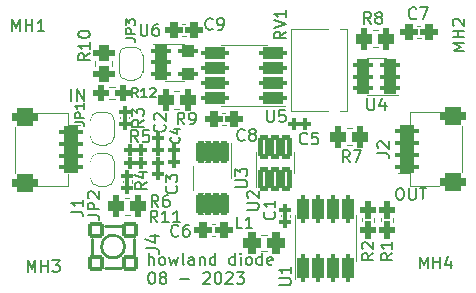
<source format=gbr>
%TF.GenerationSoftware,KiCad,Pcbnew,(6.0.4-0)*%
%TF.CreationDate,2023-08-08T10:08:01-06:00*%
%TF.ProjectId,howland,686f776c-616e-4642-9e6b-696361645f70,rev?*%
%TF.SameCoordinates,Original*%
%TF.FileFunction,Legend,Top*%
%TF.FilePolarity,Positive*%
%FSLAX46Y46*%
G04 Gerber Fmt 4.6, Leading zero omitted, Abs format (unit mm)*
G04 Created by KiCad (PCBNEW (6.0.4-0)) date 2023-08-08 10:08:01*
%MOMM*%
%LPD*%
G01*
G04 APERTURE LIST*
G04 Aperture macros list*
%AMRoundRect*
0 Rectangle with rounded corners*
0 $1 Rounding radius*
0 $2 $3 $4 $5 $6 $7 $8 $9 X,Y pos of 4 corners*
0 Add a 4 corners polygon primitive as box body*
4,1,4,$2,$3,$4,$5,$6,$7,$8,$9,$2,$3,0*
0 Add four circle primitives for the rounded corners*
1,1,$1+$1,$2,$3*
1,1,$1+$1,$4,$5*
1,1,$1+$1,$6,$7*
1,1,$1+$1,$8,$9*
0 Add four rect primitives between the rounded corners*
20,1,$1+$1,$2,$3,$4,$5,0*
20,1,$1+$1,$4,$5,$6,$7,0*
20,1,$1+$1,$6,$7,$8,$9,0*
20,1,$1+$1,$8,$9,$2,$3,0*%
%AMFreePoly0*
4,1,41,0.586777,0.930194,0.656366,0.874698,0.694986,0.794504,0.700000,0.750000,0.700000,-0.750000,0.680194,-0.836777,0.624698,-0.906366,0.544504,-0.944986,0.500000,-0.950000,0.000000,-0.950000,-0.023504,-0.944635,-0.083606,-0.943534,-0.139582,-0.934468,-0.274897,-0.892193,-0.326080,-0.867780,-0.444090,-0.789225,-0.486362,-0.751429,-0.577582,-0.642910,-0.607548,-0.594768,-0.664643,-0.465009,
-0.679893,-0.410393,-0.697476,-0.275933,-0.697084,-0.275882,-0.700000,-0.250000,-0.700000,0.250000,-0.697921,0.259109,-0.697582,0.286880,-0.675771,0.426957,-0.659192,0.481183,-0.598944,0.609508,-0.567811,0.656904,-0.473967,0.763162,-0.430783,0.799915,-0.310888,0.875563,-0.259125,0.898717,-0.122818,0.937674,-0.066635,0.945370,-0.042411,0.945222,0.000000,0.950000,0.500000,0.950000,
0.586777,0.930194,0.586777,0.930194,$1*%
%AMFreePoly1*
4,1,41,0.022678,0.944824,0.075125,0.944504,0.131210,0.936123,0.267031,0.895504,0.318507,0.871718,0.437469,0.794611,0.480202,0.757333,0.572740,0.649936,0.603290,0.602165,0.661967,0.473113,0.677883,0.418686,0.697980,0.278353,0.700000,0.250000,0.700000,-0.250000,0.699985,-0.252439,0.699836,-0.264655,0.697079,-0.295398,0.673559,-0.435199,0.656318,-0.489221,0.594506,-0.616800,
0.562797,-0.663810,0.467662,-0.768914,0.424032,-0.805137,0.303222,-0.879314,0.251181,-0.901834,0.114408,-0.939123,0.058135,-0.946132,0.037663,-0.945757,0.000000,-0.950000,-0.500000,-0.950000,-0.586777,-0.930194,-0.656366,-0.874698,-0.694986,-0.794504,-0.700000,-0.750000,-0.700000,0.750000,-0.680194,0.836777,-0.624698,0.906366,-0.544504,0.944986,-0.500000,0.950000,0.000000,0.950000,
0.022678,0.944824,0.022678,0.944824,$1*%
G04 Aperture macros list end*
%ADD10C,0.150000*%
%ADD11C,0.152000*%
%ADD12C,0.120000*%
%ADD13C,0.254000*%
%ADD14RoundRect,0.350000X0.512500X0.150000X-0.512500X0.150000X-0.512500X-0.150000X0.512500X-0.150000X0*%
%ADD15C,1.100000*%
%ADD16C,4.800000*%
%ADD17RoundRect,0.347500X0.147500X0.172500X-0.147500X0.172500X-0.147500X-0.172500X0.147500X-0.172500X0*%
%ADD18RoundRect,0.450000X0.325000X0.450000X-0.325000X0.450000X-0.325000X-0.450000X0.325000X-0.450000X0*%
%ADD19RoundRect,0.347500X-0.172500X0.147500X-0.172500X-0.147500X0.172500X-0.147500X0.172500X0.147500X0*%
%ADD20RoundRect,0.347500X-0.147500X-0.172500X0.147500X-0.172500X0.147500X0.172500X-0.147500X0.172500X0*%
%ADD21RoundRect,0.350000X-0.625000X0.150000X-0.625000X-0.150000X0.625000X-0.150000X0.625000X0.150000X0*%
%ADD22RoundRect,0.450000X-0.650000X0.350000X-0.650000X-0.350000X0.650000X-0.350000X0.650000X0.350000X0*%
%ADD23FreePoly0,270.000000*%
%ADD24FreePoly1,270.000000*%
%ADD25RoundRect,0.437500X0.237500X-0.287500X0.237500X0.287500X-0.237500X0.287500X-0.237500X-0.287500X0*%
%ADD26RoundRect,0.350000X0.625000X-0.150000X0.625000X0.150000X-0.625000X0.150000X-0.625000X-0.150000X0*%
%ADD27RoundRect,0.450000X0.650000X-0.350000X0.650000X0.350000X-0.650000X0.350000X-0.650000X-0.350000X0*%
%ADD28RoundRect,0.200000X0.225000X0.725000X-0.225000X0.725000X-0.225000X-0.725000X0.225000X-0.725000X0*%
%ADD29RoundRect,0.350000X-0.512500X-0.150000X0.512500X-0.150000X0.512500X0.150000X-0.512500X0.150000X0*%
%ADD30RoundRect,0.335000X-0.185000X0.135000X-0.185000X-0.135000X0.185000X-0.135000X0.185000X0.135000X0*%
%ADD31C,1.400000*%
%ADD32RoundRect,0.200000X-0.500000X0.500000X-0.500000X-0.500000X0.500000X-0.500000X0.500000X0.500000X0*%
%ADD33RoundRect,0.200000X0.325000X-0.780000X0.325000X0.780000X-0.325000X0.780000X-0.325000X-0.780000X0*%
%ADD34RoundRect,0.340000X0.170000X-0.140000X0.170000X0.140000X-0.170000X0.140000X-0.170000X-0.140000X0*%
%ADD35RoundRect,0.437500X0.250000X0.237500X-0.250000X0.237500X-0.250000X-0.237500X0.250000X-0.237500X0*%
%ADD36RoundRect,0.350000X0.150000X-0.825000X0.150000X0.825000X-0.150000X0.825000X-0.150000X-0.825000X0*%
%ADD37RoundRect,0.450000X-0.262500X-0.450000X0.262500X-0.450000X0.262500X0.450000X-0.262500X0.450000X0*%
%ADD38C,1.840000*%
%ADD39RoundRect,0.350000X0.825000X0.150000X-0.825000X0.150000X-0.825000X-0.150000X0.825000X-0.150000X0*%
%ADD40RoundRect,0.437500X-0.300000X-0.237500X0.300000X-0.237500X0.300000X0.237500X-0.300000X0.237500X0*%
%ADD41RoundRect,0.450000X0.262500X0.450000X-0.262500X0.450000X-0.262500X-0.450000X0.262500X-0.450000X0*%
%ADD42RoundRect,0.450000X-0.450000X0.262500X-0.450000X-0.262500X0.450000X-0.262500X0.450000X0.262500X0*%
%ADD43RoundRect,0.437500X0.300000X0.237500X-0.300000X0.237500X-0.300000X-0.237500X0.300000X-0.237500X0*%
%ADD44FreePoly0,90.000000*%
%ADD45FreePoly1,90.000000*%
G04 APERTURE END LIST*
D10*
X105326190Y-86402380D02*
X105326190Y-85402380D01*
X105802380Y-86402380D02*
X105802380Y-85402380D01*
X106373809Y-86402380D01*
X106373809Y-85402380D01*
X111885595Y-100297380D02*
X111885595Y-99297380D01*
X112314166Y-100297380D02*
X112314166Y-99773571D01*
X112266547Y-99678333D01*
X112171309Y-99630714D01*
X112028452Y-99630714D01*
X111933214Y-99678333D01*
X111885595Y-99725952D01*
X112933214Y-100297380D02*
X112837976Y-100249761D01*
X112790357Y-100202142D01*
X112742738Y-100106904D01*
X112742738Y-99821190D01*
X112790357Y-99725952D01*
X112837976Y-99678333D01*
X112933214Y-99630714D01*
X113076071Y-99630714D01*
X113171309Y-99678333D01*
X113218928Y-99725952D01*
X113266547Y-99821190D01*
X113266547Y-100106904D01*
X113218928Y-100202142D01*
X113171309Y-100249761D01*
X113076071Y-100297380D01*
X112933214Y-100297380D01*
X113599880Y-99630714D02*
X113790357Y-100297380D01*
X113980833Y-99821190D01*
X114171309Y-100297380D01*
X114361785Y-99630714D01*
X114885595Y-100297380D02*
X114790357Y-100249761D01*
X114742738Y-100154523D01*
X114742738Y-99297380D01*
X115695119Y-100297380D02*
X115695119Y-99773571D01*
X115647500Y-99678333D01*
X115552261Y-99630714D01*
X115361785Y-99630714D01*
X115266547Y-99678333D01*
X115695119Y-100249761D02*
X115599880Y-100297380D01*
X115361785Y-100297380D01*
X115266547Y-100249761D01*
X115218928Y-100154523D01*
X115218928Y-100059285D01*
X115266547Y-99964047D01*
X115361785Y-99916428D01*
X115599880Y-99916428D01*
X115695119Y-99868809D01*
X116171309Y-99630714D02*
X116171309Y-100297380D01*
X116171309Y-99725952D02*
X116218928Y-99678333D01*
X116314166Y-99630714D01*
X116457023Y-99630714D01*
X116552261Y-99678333D01*
X116599880Y-99773571D01*
X116599880Y-100297380D01*
X117504642Y-100297380D02*
X117504642Y-99297380D01*
X117504642Y-100249761D02*
X117409404Y-100297380D01*
X117218928Y-100297380D01*
X117123690Y-100249761D01*
X117076071Y-100202142D01*
X117028452Y-100106904D01*
X117028452Y-99821190D01*
X117076071Y-99725952D01*
X117123690Y-99678333D01*
X117218928Y-99630714D01*
X117409404Y-99630714D01*
X117504642Y-99678333D01*
X119171309Y-100297380D02*
X119171309Y-99297380D01*
X119171309Y-100249761D02*
X119076071Y-100297380D01*
X118885595Y-100297380D01*
X118790357Y-100249761D01*
X118742738Y-100202142D01*
X118695119Y-100106904D01*
X118695119Y-99821190D01*
X118742738Y-99725952D01*
X118790357Y-99678333D01*
X118885595Y-99630714D01*
X119076071Y-99630714D01*
X119171309Y-99678333D01*
X119647500Y-100297380D02*
X119647500Y-99630714D01*
X119647500Y-99297380D02*
X119599880Y-99345000D01*
X119647500Y-99392619D01*
X119695119Y-99345000D01*
X119647500Y-99297380D01*
X119647500Y-99392619D01*
X120266547Y-100297380D02*
X120171309Y-100249761D01*
X120123690Y-100202142D01*
X120076071Y-100106904D01*
X120076071Y-99821190D01*
X120123690Y-99725952D01*
X120171309Y-99678333D01*
X120266547Y-99630714D01*
X120409404Y-99630714D01*
X120504642Y-99678333D01*
X120552261Y-99725952D01*
X120599880Y-99821190D01*
X120599880Y-100106904D01*
X120552261Y-100202142D01*
X120504642Y-100249761D01*
X120409404Y-100297380D01*
X120266547Y-100297380D01*
X121457023Y-100297380D02*
X121457023Y-99297380D01*
X121457023Y-100249761D02*
X121361785Y-100297380D01*
X121171309Y-100297380D01*
X121076071Y-100249761D01*
X121028452Y-100202142D01*
X120980833Y-100106904D01*
X120980833Y-99821190D01*
X121028452Y-99725952D01*
X121076071Y-99678333D01*
X121171309Y-99630714D01*
X121361785Y-99630714D01*
X121457023Y-99678333D01*
X122314166Y-100249761D02*
X122218928Y-100297380D01*
X122028452Y-100297380D01*
X121933214Y-100249761D01*
X121885595Y-100154523D01*
X121885595Y-99773571D01*
X121933214Y-99678333D01*
X122028452Y-99630714D01*
X122218928Y-99630714D01*
X122314166Y-99678333D01*
X122361785Y-99773571D01*
X122361785Y-99868809D01*
X121885595Y-99964047D01*
X112076071Y-100907380D02*
X112171309Y-100907380D01*
X112266547Y-100955000D01*
X112314166Y-101002619D01*
X112361785Y-101097857D01*
X112409404Y-101288333D01*
X112409404Y-101526428D01*
X112361785Y-101716904D01*
X112314166Y-101812142D01*
X112266547Y-101859761D01*
X112171309Y-101907380D01*
X112076071Y-101907380D01*
X111980833Y-101859761D01*
X111933214Y-101812142D01*
X111885595Y-101716904D01*
X111837976Y-101526428D01*
X111837976Y-101288333D01*
X111885595Y-101097857D01*
X111933214Y-101002619D01*
X111980833Y-100955000D01*
X112076071Y-100907380D01*
X112980833Y-101335952D02*
X112885595Y-101288333D01*
X112837976Y-101240714D01*
X112790357Y-101145476D01*
X112790357Y-101097857D01*
X112837976Y-101002619D01*
X112885595Y-100955000D01*
X112980833Y-100907380D01*
X113171309Y-100907380D01*
X113266547Y-100955000D01*
X113314166Y-101002619D01*
X113361785Y-101097857D01*
X113361785Y-101145476D01*
X113314166Y-101240714D01*
X113266547Y-101288333D01*
X113171309Y-101335952D01*
X112980833Y-101335952D01*
X112885595Y-101383571D01*
X112837976Y-101431190D01*
X112790357Y-101526428D01*
X112790357Y-101716904D01*
X112837976Y-101812142D01*
X112885595Y-101859761D01*
X112980833Y-101907380D01*
X113171309Y-101907380D01*
X113266547Y-101859761D01*
X113314166Y-101812142D01*
X113361785Y-101716904D01*
X113361785Y-101526428D01*
X113314166Y-101431190D01*
X113266547Y-101383571D01*
X113171309Y-101335952D01*
X114552261Y-101526428D02*
X115314166Y-101526428D01*
X116504642Y-101002619D02*
X116552261Y-100955000D01*
X116647500Y-100907380D01*
X116885595Y-100907380D01*
X116980833Y-100955000D01*
X117028452Y-101002619D01*
X117076071Y-101097857D01*
X117076071Y-101193095D01*
X117028452Y-101335952D01*
X116457023Y-101907380D01*
X117076071Y-101907380D01*
X117695119Y-100907380D02*
X117790357Y-100907380D01*
X117885595Y-100955000D01*
X117933214Y-101002619D01*
X117980833Y-101097857D01*
X118028452Y-101288333D01*
X118028452Y-101526428D01*
X117980833Y-101716904D01*
X117933214Y-101812142D01*
X117885595Y-101859761D01*
X117790357Y-101907380D01*
X117695119Y-101907380D01*
X117599880Y-101859761D01*
X117552261Y-101812142D01*
X117504642Y-101716904D01*
X117457023Y-101526428D01*
X117457023Y-101288333D01*
X117504642Y-101097857D01*
X117552261Y-101002619D01*
X117599880Y-100955000D01*
X117695119Y-100907380D01*
X118409404Y-101002619D02*
X118457023Y-100955000D01*
X118552261Y-100907380D01*
X118790357Y-100907380D01*
X118885595Y-100955000D01*
X118933214Y-101002619D01*
X118980833Y-101097857D01*
X118980833Y-101193095D01*
X118933214Y-101335952D01*
X118361785Y-101907380D01*
X118980833Y-101907380D01*
X119314166Y-100907380D02*
X119933214Y-100907380D01*
X119599880Y-101288333D01*
X119742738Y-101288333D01*
X119837976Y-101335952D01*
X119885595Y-101383571D01*
X119933214Y-101478809D01*
X119933214Y-101716904D01*
X119885595Y-101812142D01*
X119837976Y-101859761D01*
X119742738Y-101907380D01*
X119457023Y-101907380D01*
X119361785Y-101859761D01*
X119314166Y-101812142D01*
X133050000Y-93802380D02*
X133240476Y-93802380D01*
X133335714Y-93850000D01*
X133430952Y-93945238D01*
X133478571Y-94135714D01*
X133478571Y-94469047D01*
X133430952Y-94659523D01*
X133335714Y-94754761D01*
X133240476Y-94802380D01*
X133050000Y-94802380D01*
X132954761Y-94754761D01*
X132859523Y-94659523D01*
X132811904Y-94469047D01*
X132811904Y-94135714D01*
X132859523Y-93945238D01*
X132954761Y-93850000D01*
X133050000Y-93802380D01*
X133907142Y-93802380D02*
X133907142Y-94611904D01*
X133954761Y-94707142D01*
X134002380Y-94754761D01*
X134097619Y-94802380D01*
X134288095Y-94802380D01*
X134383333Y-94754761D01*
X134430952Y-94707142D01*
X134478571Y-94611904D01*
X134478571Y-93802380D01*
X134811904Y-93802380D02*
X135383333Y-93802380D01*
X135097619Y-94802380D02*
X135097619Y-93802380D01*
%TO.C,U4*%
X130388095Y-86202380D02*
X130388095Y-87011904D01*
X130435714Y-87107142D01*
X130483333Y-87154761D01*
X130578571Y-87202380D01*
X130769047Y-87202380D01*
X130864285Y-87154761D01*
X130911904Y-87107142D01*
X130959523Y-87011904D01*
X130959523Y-86202380D01*
X131864285Y-86535714D02*
X131864285Y-87202380D01*
X131626190Y-86154761D02*
X131388095Y-86869047D01*
X132007142Y-86869047D01*
%TO.C,MH1*%
X100316666Y-80502380D02*
X100316666Y-79502380D01*
X100650000Y-80216666D01*
X100983333Y-79502380D01*
X100983333Y-80502380D01*
X101459523Y-80502380D02*
X101459523Y-79502380D01*
X101459523Y-79978571D02*
X102030952Y-79978571D01*
X102030952Y-80502380D02*
X102030952Y-79502380D01*
X103030952Y-80502380D02*
X102459523Y-80502380D01*
X102745238Y-80502380D02*
X102745238Y-79502380D01*
X102650000Y-79645238D01*
X102554761Y-79740476D01*
X102459523Y-79788095D01*
%TO.C,MH2*%
X138602380Y-82183333D02*
X137602380Y-82183333D01*
X138316666Y-81850000D01*
X137602380Y-81516666D01*
X138602380Y-81516666D01*
X138602380Y-81040476D02*
X137602380Y-81040476D01*
X138078571Y-81040476D02*
X138078571Y-80469047D01*
X138602380Y-80469047D02*
X137602380Y-80469047D01*
X137697619Y-80040476D02*
X137650000Y-79992857D01*
X137602380Y-79897619D01*
X137602380Y-79659523D01*
X137650000Y-79564285D01*
X137697619Y-79516666D01*
X137792857Y-79469047D01*
X137888095Y-79469047D01*
X138030952Y-79516666D01*
X138602380Y-80088095D01*
X138602380Y-79469047D01*
%TO.C,MH3*%
X101616666Y-100902380D02*
X101616666Y-99902380D01*
X101950000Y-100616666D01*
X102283333Y-99902380D01*
X102283333Y-100902380D01*
X102759523Y-100902380D02*
X102759523Y-99902380D01*
X102759523Y-100378571D02*
X103330952Y-100378571D01*
X103330952Y-100902380D02*
X103330952Y-99902380D01*
X103711904Y-99902380D02*
X104330952Y-99902380D01*
X103997619Y-100283333D01*
X104140476Y-100283333D01*
X104235714Y-100330952D01*
X104283333Y-100378571D01*
X104330952Y-100473809D01*
X104330952Y-100711904D01*
X104283333Y-100807142D01*
X104235714Y-100854761D01*
X104140476Y-100902380D01*
X103854761Y-100902380D01*
X103759523Y-100854761D01*
X103711904Y-100807142D01*
%TO.C,MH4*%
X134816666Y-100602380D02*
X134816666Y-99602380D01*
X135150000Y-100316666D01*
X135483333Y-99602380D01*
X135483333Y-100602380D01*
X135959523Y-100602380D02*
X135959523Y-99602380D01*
X135959523Y-100078571D02*
X136530952Y-100078571D01*
X136530952Y-100602380D02*
X136530952Y-99602380D01*
X137435714Y-99935714D02*
X137435714Y-100602380D01*
X137197619Y-99554761D02*
X136959523Y-100269047D01*
X137578571Y-100269047D01*
%TO.C,R5*%
X110983333Y-89902380D02*
X110650000Y-89426190D01*
X110411904Y-89902380D02*
X110411904Y-88902380D01*
X110792857Y-88902380D01*
X110888095Y-88950000D01*
X110935714Y-88997619D01*
X110983333Y-89092857D01*
X110983333Y-89235714D01*
X110935714Y-89330952D01*
X110888095Y-89378571D01*
X110792857Y-89426190D01*
X110411904Y-89426190D01*
X111888095Y-88902380D02*
X111411904Y-88902380D01*
X111364285Y-89378571D01*
X111411904Y-89330952D01*
X111507142Y-89283333D01*
X111745238Y-89283333D01*
X111840476Y-89330952D01*
X111888095Y-89378571D01*
X111935714Y-89473809D01*
X111935714Y-89711904D01*
X111888095Y-89807142D01*
X111840476Y-89854761D01*
X111745238Y-89902380D01*
X111507142Y-89902380D01*
X111411904Y-89854761D01*
X111364285Y-89807142D01*
%TO.C,R6*%
X112683333Y-95402380D02*
X112350000Y-94926190D01*
X112111904Y-95402380D02*
X112111904Y-94402380D01*
X112492857Y-94402380D01*
X112588095Y-94450000D01*
X112635714Y-94497619D01*
X112683333Y-94592857D01*
X112683333Y-94735714D01*
X112635714Y-94830952D01*
X112588095Y-94878571D01*
X112492857Y-94926190D01*
X112111904Y-94926190D01*
X113540476Y-94402380D02*
X113350000Y-94402380D01*
X113254761Y-94450000D01*
X113207142Y-94497619D01*
X113111904Y-94640476D01*
X113064285Y-94830952D01*
X113064285Y-95211904D01*
X113111904Y-95307142D01*
X113159523Y-95354761D01*
X113254761Y-95402380D01*
X113445238Y-95402380D01*
X113540476Y-95354761D01*
X113588095Y-95307142D01*
X113635714Y-95211904D01*
X113635714Y-94973809D01*
X113588095Y-94878571D01*
X113540476Y-94830952D01*
X113445238Y-94783333D01*
X113254761Y-94783333D01*
X113159523Y-94830952D01*
X113111904Y-94878571D01*
X113064285Y-94973809D01*
%TO.C,L1*%
X119783333Y-97202380D02*
X119307142Y-97202380D01*
X119307142Y-96202380D01*
X120640476Y-97202380D02*
X120069047Y-97202380D01*
X120354761Y-97202380D02*
X120354761Y-96202380D01*
X120259523Y-96345238D01*
X120164285Y-96440476D01*
X120069047Y-96488095D01*
%TO.C,C2*%
X113207142Y-88416666D02*
X113254761Y-88464285D01*
X113302380Y-88607142D01*
X113302380Y-88702380D01*
X113254761Y-88845238D01*
X113159523Y-88940476D01*
X113064285Y-88988095D01*
X112873809Y-89035714D01*
X112730952Y-89035714D01*
X112540476Y-88988095D01*
X112445238Y-88940476D01*
X112350000Y-88845238D01*
X112302380Y-88702380D01*
X112302380Y-88607142D01*
X112350000Y-88464285D01*
X112397619Y-88416666D01*
X112397619Y-88035714D02*
X112350000Y-87988095D01*
X112302380Y-87892857D01*
X112302380Y-87654761D01*
X112350000Y-87559523D01*
X112397619Y-87511904D01*
X112492857Y-87464285D01*
X112588095Y-87464285D01*
X112730952Y-87511904D01*
X113302380Y-88083333D01*
X113302380Y-87464285D01*
%TO.C,C3*%
X114207142Y-93616666D02*
X114254761Y-93664285D01*
X114302380Y-93807142D01*
X114302380Y-93902380D01*
X114254761Y-94045238D01*
X114159523Y-94140476D01*
X114064285Y-94188095D01*
X113873809Y-94235714D01*
X113730952Y-94235714D01*
X113540476Y-94188095D01*
X113445238Y-94140476D01*
X113350000Y-94045238D01*
X113302380Y-93902380D01*
X113302380Y-93807142D01*
X113350000Y-93664285D01*
X113397619Y-93616666D01*
X113302380Y-93283333D02*
X113302380Y-92664285D01*
X113683333Y-92997619D01*
X113683333Y-92854761D01*
X113730952Y-92759523D01*
X113778571Y-92711904D01*
X113873809Y-92664285D01*
X114111904Y-92664285D01*
X114207142Y-92711904D01*
X114254761Y-92759523D01*
X114302380Y-92854761D01*
X114302380Y-93140476D01*
X114254761Y-93235714D01*
X114207142Y-93283333D01*
%TO.C,C4*%
X114435714Y-89483333D02*
X114473809Y-89521428D01*
X114511904Y-89635714D01*
X114511904Y-89711904D01*
X114473809Y-89826190D01*
X114397619Y-89902380D01*
X114321428Y-89940476D01*
X114169047Y-89978571D01*
X114054761Y-89978571D01*
X113902380Y-89940476D01*
X113826190Y-89902380D01*
X113750000Y-89826190D01*
X113711904Y-89711904D01*
X113711904Y-89635714D01*
X113750000Y-89521428D01*
X113788095Y-89483333D01*
X113978571Y-88797619D02*
X114511904Y-88797619D01*
X113673809Y-88988095D02*
X114245238Y-89178571D01*
X114245238Y-88683333D01*
%TO.C,C5*%
X125283333Y-90007142D02*
X125235714Y-90054761D01*
X125092857Y-90102380D01*
X124997619Y-90102380D01*
X124854761Y-90054761D01*
X124759523Y-89959523D01*
X124711904Y-89864285D01*
X124664285Y-89673809D01*
X124664285Y-89530952D01*
X124711904Y-89340476D01*
X124759523Y-89245238D01*
X124854761Y-89150000D01*
X124997619Y-89102380D01*
X125092857Y-89102380D01*
X125235714Y-89150000D01*
X125283333Y-89197619D01*
X126188095Y-89102380D02*
X125711904Y-89102380D01*
X125664285Y-89578571D01*
X125711904Y-89530952D01*
X125807142Y-89483333D01*
X126045238Y-89483333D01*
X126140476Y-89530952D01*
X126188095Y-89578571D01*
X126235714Y-89673809D01*
X126235714Y-89911904D01*
X126188095Y-90007142D01*
X126140476Y-90054761D01*
X126045238Y-90102380D01*
X125807142Y-90102380D01*
X125711904Y-90054761D01*
X125664285Y-90007142D01*
%TO.C,J1*%
X105302380Y-95783333D02*
X106016666Y-95783333D01*
X106159523Y-95830952D01*
X106254761Y-95926190D01*
X106302380Y-96069047D01*
X106302380Y-96164285D01*
X106302380Y-94783333D02*
X106302380Y-95354761D01*
X106302380Y-95069047D02*
X105302380Y-95069047D01*
X105445238Y-95164285D01*
X105540476Y-95259523D01*
X105588095Y-95354761D01*
%TO.C,JP1*%
X105611904Y-88216666D02*
X106183333Y-88216666D01*
X106297619Y-88254761D01*
X106373809Y-88330952D01*
X106411904Y-88445238D01*
X106411904Y-88521428D01*
X106411904Y-87835714D02*
X105611904Y-87835714D01*
X105611904Y-87530952D01*
X105650000Y-87454761D01*
X105688095Y-87416666D01*
X105764285Y-87378571D01*
X105878571Y-87378571D01*
X105954761Y-87416666D01*
X105992857Y-87454761D01*
X106030952Y-87530952D01*
X106030952Y-87835714D01*
X106411904Y-86616666D02*
X106411904Y-87073809D01*
X106411904Y-86845238D02*
X105611904Y-86845238D01*
X105726190Y-86921428D01*
X105802380Y-86997619D01*
X105840476Y-87073809D01*
%TO.C,JP2*%
X106702380Y-96083333D02*
X107416666Y-96083333D01*
X107559523Y-96130952D01*
X107654761Y-96226190D01*
X107702380Y-96369047D01*
X107702380Y-96464285D01*
X107702380Y-95607142D02*
X106702380Y-95607142D01*
X106702380Y-95226190D01*
X106750000Y-95130952D01*
X106797619Y-95083333D01*
X106892857Y-95035714D01*
X107035714Y-95035714D01*
X107130952Y-95083333D01*
X107178571Y-95130952D01*
X107226190Y-95226190D01*
X107226190Y-95607142D01*
X106797619Y-94654761D02*
X106750000Y-94607142D01*
X106702380Y-94511904D01*
X106702380Y-94273809D01*
X106750000Y-94178571D01*
X106797619Y-94130952D01*
X106892857Y-94083333D01*
X106988095Y-94083333D01*
X107130952Y-94130952D01*
X107702380Y-94702380D01*
X107702380Y-94083333D01*
%TO.C,R1*%
X132502380Y-99316666D02*
X132026190Y-99650000D01*
X132502380Y-99888095D02*
X131502380Y-99888095D01*
X131502380Y-99507142D01*
X131550000Y-99411904D01*
X131597619Y-99364285D01*
X131692857Y-99316666D01*
X131835714Y-99316666D01*
X131930952Y-99364285D01*
X131978571Y-99411904D01*
X132026190Y-99507142D01*
X132026190Y-99888095D01*
X132502380Y-98364285D02*
X132502380Y-98935714D01*
X132502380Y-98650000D02*
X131502380Y-98650000D01*
X131645238Y-98745238D01*
X131740476Y-98840476D01*
X131788095Y-98935714D01*
%TO.C,R2*%
X130902380Y-99316666D02*
X130426190Y-99650000D01*
X130902380Y-99888095D02*
X129902380Y-99888095D01*
X129902380Y-99507142D01*
X129950000Y-99411904D01*
X129997619Y-99364285D01*
X130092857Y-99316666D01*
X130235714Y-99316666D01*
X130330952Y-99364285D01*
X130378571Y-99411904D01*
X130426190Y-99507142D01*
X130426190Y-99888095D01*
X129997619Y-98935714D02*
X129950000Y-98888095D01*
X129902380Y-98792857D01*
X129902380Y-98554761D01*
X129950000Y-98459523D01*
X129997619Y-98411904D01*
X130092857Y-98364285D01*
X130188095Y-98364285D01*
X130330952Y-98411904D01*
X130902380Y-98983333D01*
X130902380Y-98364285D01*
%TO.C,J2*%
X131222380Y-90833333D02*
X131936666Y-90833333D01*
X132079523Y-90880952D01*
X132174761Y-90976190D01*
X132222380Y-91119047D01*
X132222380Y-91214285D01*
X131317619Y-90404761D02*
X131270000Y-90357142D01*
X131222380Y-90261904D01*
X131222380Y-90023809D01*
X131270000Y-89928571D01*
X131317619Y-89880952D01*
X131412857Y-89833333D01*
X131508095Y-89833333D01*
X131650952Y-89880952D01*
X132222380Y-90452380D01*
X132222380Y-89833333D01*
%TO.C,U3*%
X119202380Y-93711904D02*
X120011904Y-93711904D01*
X120107142Y-93664285D01*
X120154761Y-93616666D01*
X120202380Y-93521428D01*
X120202380Y-93330952D01*
X120154761Y-93235714D01*
X120107142Y-93188095D01*
X120011904Y-93140476D01*
X119202380Y-93140476D01*
X119202380Y-92759523D02*
X119202380Y-92140476D01*
X119583333Y-92473809D01*
X119583333Y-92330952D01*
X119630952Y-92235714D01*
X119678571Y-92188095D01*
X119773809Y-92140476D01*
X120011904Y-92140476D01*
X120107142Y-92188095D01*
X120154761Y-92235714D01*
X120202380Y-92330952D01*
X120202380Y-92616666D01*
X120154761Y-92711904D01*
X120107142Y-92759523D01*
%TO.C,U6*%
X111188095Y-79902380D02*
X111188095Y-80711904D01*
X111235714Y-80807142D01*
X111283333Y-80854761D01*
X111378571Y-80902380D01*
X111569047Y-80902380D01*
X111664285Y-80854761D01*
X111711904Y-80807142D01*
X111759523Y-80711904D01*
X111759523Y-79902380D01*
X112664285Y-79902380D02*
X112473809Y-79902380D01*
X112378571Y-79950000D01*
X112330952Y-79997619D01*
X112235714Y-80140476D01*
X112188095Y-80330952D01*
X112188095Y-80711904D01*
X112235714Y-80807142D01*
X112283333Y-80854761D01*
X112378571Y-80902380D01*
X112569047Y-80902380D01*
X112664285Y-80854761D01*
X112711904Y-80807142D01*
X112759523Y-80711904D01*
X112759523Y-80473809D01*
X112711904Y-80378571D01*
X112664285Y-80330952D01*
X112569047Y-80283333D01*
X112378571Y-80283333D01*
X112283333Y-80330952D01*
X112235714Y-80378571D01*
X112188095Y-80473809D01*
%TO.C,R3*%
X111472380Y-88016666D02*
X110996190Y-88350000D01*
X111472380Y-88588095D02*
X110472380Y-88588095D01*
X110472380Y-88207142D01*
X110520000Y-88111904D01*
X110567619Y-88064285D01*
X110662857Y-88016666D01*
X110805714Y-88016666D01*
X110900952Y-88064285D01*
X110948571Y-88111904D01*
X110996190Y-88207142D01*
X110996190Y-88588095D01*
X110472380Y-87683333D02*
X110472380Y-87064285D01*
X110853333Y-87397619D01*
X110853333Y-87254761D01*
X110900952Y-87159523D01*
X110948571Y-87111904D01*
X111043809Y-87064285D01*
X111281904Y-87064285D01*
X111377142Y-87111904D01*
X111424761Y-87159523D01*
X111472380Y-87254761D01*
X111472380Y-87540476D01*
X111424761Y-87635714D01*
X111377142Y-87683333D01*
D11*
%TO.C,J4*%
X111624071Y-98909514D02*
X112440500Y-98909514D01*
X112603785Y-98963942D01*
X112712642Y-99072800D01*
X112767071Y-99236085D01*
X112767071Y-99344942D01*
X112005071Y-97875371D02*
X112767071Y-97875371D01*
X111569642Y-98147514D02*
X112386071Y-98419657D01*
X112386071Y-97712085D01*
D10*
%TO.C,U2*%
X120202380Y-95611904D02*
X121011904Y-95611904D01*
X121107142Y-95564285D01*
X121154761Y-95516666D01*
X121202380Y-95421428D01*
X121202380Y-95230952D01*
X121154761Y-95135714D01*
X121107142Y-95088095D01*
X121011904Y-95040476D01*
X120202380Y-95040476D01*
X120297619Y-94611904D02*
X120250000Y-94564285D01*
X120202380Y-94469047D01*
X120202380Y-94230952D01*
X120250000Y-94135714D01*
X120297619Y-94088095D01*
X120392857Y-94040476D01*
X120488095Y-94040476D01*
X120630952Y-94088095D01*
X121202380Y-94659523D01*
X121202380Y-94040476D01*
%TO.C,C1*%
X122507142Y-95816666D02*
X122554761Y-95864285D01*
X122602380Y-96007142D01*
X122602380Y-96102380D01*
X122554761Y-96245238D01*
X122459523Y-96340476D01*
X122364285Y-96388095D01*
X122173809Y-96435714D01*
X122030952Y-96435714D01*
X121840476Y-96388095D01*
X121745238Y-96340476D01*
X121650000Y-96245238D01*
X121602380Y-96102380D01*
X121602380Y-96007142D01*
X121650000Y-95864285D01*
X121697619Y-95816666D01*
X122602380Y-94864285D02*
X122602380Y-95435714D01*
X122602380Y-95150000D02*
X121602380Y-95150000D01*
X121745238Y-95245238D01*
X121840476Y-95340476D01*
X121888095Y-95435714D01*
%TO.C,R12*%
X110935714Y-86111904D02*
X110669047Y-85730952D01*
X110478571Y-86111904D02*
X110478571Y-85311904D01*
X110783333Y-85311904D01*
X110859523Y-85350000D01*
X110897619Y-85388095D01*
X110935714Y-85464285D01*
X110935714Y-85578571D01*
X110897619Y-85654761D01*
X110859523Y-85692857D01*
X110783333Y-85730952D01*
X110478571Y-85730952D01*
X111697619Y-86111904D02*
X111240476Y-86111904D01*
X111469047Y-86111904D02*
X111469047Y-85311904D01*
X111392857Y-85426190D01*
X111316666Y-85502380D01*
X111240476Y-85540476D01*
X112002380Y-85388095D02*
X112040476Y-85350000D01*
X112116666Y-85311904D01*
X112307142Y-85311904D01*
X112383333Y-85350000D01*
X112421428Y-85388095D01*
X112459523Y-85464285D01*
X112459523Y-85540476D01*
X112421428Y-85654761D01*
X111964285Y-86111904D01*
X112459523Y-86111904D01*
%TO.C,U1*%
X122902380Y-102011904D02*
X123711904Y-102011904D01*
X123807142Y-101964285D01*
X123854761Y-101916666D01*
X123902380Y-101821428D01*
X123902380Y-101630952D01*
X123854761Y-101535714D01*
X123807142Y-101488095D01*
X123711904Y-101440476D01*
X122902380Y-101440476D01*
X123902380Y-100440476D02*
X123902380Y-101011904D01*
X123902380Y-100726190D02*
X122902380Y-100726190D01*
X123045238Y-100821428D01*
X123140476Y-100916666D01*
X123188095Y-101011904D01*
%TO.C,R8*%
X130683333Y-79902380D02*
X130350000Y-79426190D01*
X130111904Y-79902380D02*
X130111904Y-78902380D01*
X130492857Y-78902380D01*
X130588095Y-78950000D01*
X130635714Y-78997619D01*
X130683333Y-79092857D01*
X130683333Y-79235714D01*
X130635714Y-79330952D01*
X130588095Y-79378571D01*
X130492857Y-79426190D01*
X130111904Y-79426190D01*
X131254761Y-79330952D02*
X131159523Y-79283333D01*
X131111904Y-79235714D01*
X131064285Y-79140476D01*
X131064285Y-79092857D01*
X131111904Y-78997619D01*
X131159523Y-78950000D01*
X131254761Y-78902380D01*
X131445238Y-78902380D01*
X131540476Y-78950000D01*
X131588095Y-78997619D01*
X131635714Y-79092857D01*
X131635714Y-79140476D01*
X131588095Y-79235714D01*
X131540476Y-79283333D01*
X131445238Y-79330952D01*
X131254761Y-79330952D01*
X131159523Y-79378571D01*
X131111904Y-79426190D01*
X131064285Y-79521428D01*
X131064285Y-79711904D01*
X131111904Y-79807142D01*
X131159523Y-79854761D01*
X131254761Y-79902380D01*
X131445238Y-79902380D01*
X131540476Y-79854761D01*
X131588095Y-79807142D01*
X131635714Y-79711904D01*
X131635714Y-79521428D01*
X131588095Y-79426190D01*
X131540476Y-79378571D01*
X131445238Y-79330952D01*
%TO.C,RV1*%
X123502380Y-80545238D02*
X123026190Y-80878571D01*
X123502380Y-81116666D02*
X122502380Y-81116666D01*
X122502380Y-80735714D01*
X122550000Y-80640476D01*
X122597619Y-80592857D01*
X122692857Y-80545238D01*
X122835714Y-80545238D01*
X122930952Y-80592857D01*
X122978571Y-80640476D01*
X123026190Y-80735714D01*
X123026190Y-81116666D01*
X122502380Y-80259523D02*
X123502380Y-79926190D01*
X122502380Y-79592857D01*
X123502380Y-78735714D02*
X123502380Y-79307142D01*
X123502380Y-79021428D02*
X122502380Y-79021428D01*
X122645238Y-79116666D01*
X122740476Y-79211904D01*
X122788095Y-79307142D01*
%TO.C,U5*%
X121888095Y-87202380D02*
X121888095Y-88011904D01*
X121935714Y-88107142D01*
X121983333Y-88154761D01*
X122078571Y-88202380D01*
X122269047Y-88202380D01*
X122364285Y-88154761D01*
X122411904Y-88107142D01*
X122459523Y-88011904D01*
X122459523Y-87202380D01*
X123411904Y-87202380D02*
X122935714Y-87202380D01*
X122888095Y-87678571D01*
X122935714Y-87630952D01*
X123030952Y-87583333D01*
X123269047Y-87583333D01*
X123364285Y-87630952D01*
X123411904Y-87678571D01*
X123459523Y-87773809D01*
X123459523Y-88011904D01*
X123411904Y-88107142D01*
X123364285Y-88154761D01*
X123269047Y-88202380D01*
X123030952Y-88202380D01*
X122935714Y-88154761D01*
X122888095Y-88107142D01*
%TO.C,C8*%
X119983333Y-89707142D02*
X119935714Y-89754761D01*
X119792857Y-89802380D01*
X119697619Y-89802380D01*
X119554761Y-89754761D01*
X119459523Y-89659523D01*
X119411904Y-89564285D01*
X119364285Y-89373809D01*
X119364285Y-89230952D01*
X119411904Y-89040476D01*
X119459523Y-88945238D01*
X119554761Y-88850000D01*
X119697619Y-88802380D01*
X119792857Y-88802380D01*
X119935714Y-88850000D01*
X119983333Y-88897619D01*
X120554761Y-89230952D02*
X120459523Y-89183333D01*
X120411904Y-89135714D01*
X120364285Y-89040476D01*
X120364285Y-88992857D01*
X120411904Y-88897619D01*
X120459523Y-88850000D01*
X120554761Y-88802380D01*
X120745238Y-88802380D01*
X120840476Y-88850000D01*
X120888095Y-88897619D01*
X120935714Y-88992857D01*
X120935714Y-89040476D01*
X120888095Y-89135714D01*
X120840476Y-89183333D01*
X120745238Y-89230952D01*
X120554761Y-89230952D01*
X120459523Y-89278571D01*
X120411904Y-89326190D01*
X120364285Y-89421428D01*
X120364285Y-89611904D01*
X120411904Y-89707142D01*
X120459523Y-89754761D01*
X120554761Y-89802380D01*
X120745238Y-89802380D01*
X120840476Y-89754761D01*
X120888095Y-89707142D01*
X120935714Y-89611904D01*
X120935714Y-89421428D01*
X120888095Y-89326190D01*
X120840476Y-89278571D01*
X120745238Y-89230952D01*
%TO.C,R11*%
X112607142Y-96702380D02*
X112273809Y-96226190D01*
X112035714Y-96702380D02*
X112035714Y-95702380D01*
X112416666Y-95702380D01*
X112511904Y-95750000D01*
X112559523Y-95797619D01*
X112607142Y-95892857D01*
X112607142Y-96035714D01*
X112559523Y-96130952D01*
X112511904Y-96178571D01*
X112416666Y-96226190D01*
X112035714Y-96226190D01*
X113559523Y-96702380D02*
X112988095Y-96702380D01*
X113273809Y-96702380D02*
X113273809Y-95702380D01*
X113178571Y-95845238D01*
X113083333Y-95940476D01*
X112988095Y-95988095D01*
X114511904Y-96702380D02*
X113940476Y-96702380D01*
X114226190Y-96702380D02*
X114226190Y-95702380D01*
X114130952Y-95845238D01*
X114035714Y-95940476D01*
X113940476Y-95988095D01*
%TO.C,R10*%
X106902380Y-82392857D02*
X106426190Y-82726190D01*
X106902380Y-82964285D02*
X105902380Y-82964285D01*
X105902380Y-82583333D01*
X105950000Y-82488095D01*
X105997619Y-82440476D01*
X106092857Y-82392857D01*
X106235714Y-82392857D01*
X106330952Y-82440476D01*
X106378571Y-82488095D01*
X106426190Y-82583333D01*
X106426190Y-82964285D01*
X106902380Y-81440476D02*
X106902380Y-82011904D01*
X106902380Y-81726190D02*
X105902380Y-81726190D01*
X106045238Y-81821428D01*
X106140476Y-81916666D01*
X106188095Y-82011904D01*
X105902380Y-80821428D02*
X105902380Y-80726190D01*
X105950000Y-80630952D01*
X105997619Y-80583333D01*
X106092857Y-80535714D01*
X106283333Y-80488095D01*
X106521428Y-80488095D01*
X106711904Y-80535714D01*
X106807142Y-80583333D01*
X106854761Y-80630952D01*
X106902380Y-80726190D01*
X106902380Y-80821428D01*
X106854761Y-80916666D01*
X106807142Y-80964285D01*
X106711904Y-81011904D01*
X106521428Y-81059523D01*
X106283333Y-81059523D01*
X106092857Y-81011904D01*
X105997619Y-80964285D01*
X105950000Y-80916666D01*
X105902380Y-80821428D01*
%TO.C,R7*%
X128883333Y-91602380D02*
X128550000Y-91126190D01*
X128311904Y-91602380D02*
X128311904Y-90602380D01*
X128692857Y-90602380D01*
X128788095Y-90650000D01*
X128835714Y-90697619D01*
X128883333Y-90792857D01*
X128883333Y-90935714D01*
X128835714Y-91030952D01*
X128788095Y-91078571D01*
X128692857Y-91126190D01*
X128311904Y-91126190D01*
X129216666Y-90602380D02*
X129883333Y-90602380D01*
X129454761Y-91602380D01*
%TO.C,R9*%
X114883333Y-88402380D02*
X114550000Y-87926190D01*
X114311904Y-88402380D02*
X114311904Y-87402380D01*
X114692857Y-87402380D01*
X114788095Y-87450000D01*
X114835714Y-87497619D01*
X114883333Y-87592857D01*
X114883333Y-87735714D01*
X114835714Y-87830952D01*
X114788095Y-87878571D01*
X114692857Y-87926190D01*
X114311904Y-87926190D01*
X115359523Y-88402380D02*
X115550000Y-88402380D01*
X115645238Y-88354761D01*
X115692857Y-88307142D01*
X115788095Y-88164285D01*
X115835714Y-87973809D01*
X115835714Y-87592857D01*
X115788095Y-87497619D01*
X115740476Y-87450000D01*
X115645238Y-87402380D01*
X115454761Y-87402380D01*
X115359523Y-87450000D01*
X115311904Y-87497619D01*
X115264285Y-87592857D01*
X115264285Y-87830952D01*
X115311904Y-87926190D01*
X115359523Y-87973809D01*
X115454761Y-88021428D01*
X115645238Y-88021428D01*
X115740476Y-87973809D01*
X115788095Y-87926190D01*
X115835714Y-87830952D01*
%TO.C,R4*%
X111702380Y-93316666D02*
X111226190Y-93650000D01*
X111702380Y-93888095D02*
X110702380Y-93888095D01*
X110702380Y-93507142D01*
X110750000Y-93411904D01*
X110797619Y-93364285D01*
X110892857Y-93316666D01*
X111035714Y-93316666D01*
X111130952Y-93364285D01*
X111178571Y-93411904D01*
X111226190Y-93507142D01*
X111226190Y-93888095D01*
X111035714Y-92459523D02*
X111702380Y-92459523D01*
X110654761Y-92697619D02*
X111369047Y-92935714D01*
X111369047Y-92316666D01*
%TO.C,C6*%
X114383333Y-97807142D02*
X114335714Y-97854761D01*
X114192857Y-97902380D01*
X114097619Y-97902380D01*
X113954761Y-97854761D01*
X113859523Y-97759523D01*
X113811904Y-97664285D01*
X113764285Y-97473809D01*
X113764285Y-97330952D01*
X113811904Y-97140476D01*
X113859523Y-97045238D01*
X113954761Y-96950000D01*
X114097619Y-96902380D01*
X114192857Y-96902380D01*
X114335714Y-96950000D01*
X114383333Y-96997619D01*
X115240476Y-96902380D02*
X115050000Y-96902380D01*
X114954761Y-96950000D01*
X114907142Y-96997619D01*
X114811904Y-97140476D01*
X114764285Y-97330952D01*
X114764285Y-97711904D01*
X114811904Y-97807142D01*
X114859523Y-97854761D01*
X114954761Y-97902380D01*
X115145238Y-97902380D01*
X115240476Y-97854761D01*
X115288095Y-97807142D01*
X115335714Y-97711904D01*
X115335714Y-97473809D01*
X115288095Y-97378571D01*
X115240476Y-97330952D01*
X115145238Y-97283333D01*
X114954761Y-97283333D01*
X114859523Y-97330952D01*
X114811904Y-97378571D01*
X114764285Y-97473809D01*
%TO.C,JP3*%
X109911904Y-81116666D02*
X110483333Y-81116666D01*
X110597619Y-81154761D01*
X110673809Y-81230952D01*
X110711904Y-81345238D01*
X110711904Y-81421428D01*
X110711904Y-80735714D02*
X109911904Y-80735714D01*
X109911904Y-80430952D01*
X109950000Y-80354761D01*
X109988095Y-80316666D01*
X110064285Y-80278571D01*
X110178571Y-80278571D01*
X110254761Y-80316666D01*
X110292857Y-80354761D01*
X110330952Y-80430952D01*
X110330952Y-80735714D01*
X109911904Y-80011904D02*
X109911904Y-79516666D01*
X110216666Y-79783333D01*
X110216666Y-79669047D01*
X110254761Y-79592857D01*
X110292857Y-79554761D01*
X110369047Y-79516666D01*
X110559523Y-79516666D01*
X110635714Y-79554761D01*
X110673809Y-79592857D01*
X110711904Y-79669047D01*
X110711904Y-79897619D01*
X110673809Y-79973809D01*
X110635714Y-80011904D01*
%TO.C,C9*%
X117283333Y-80307142D02*
X117235714Y-80354761D01*
X117092857Y-80402380D01*
X116997619Y-80402380D01*
X116854761Y-80354761D01*
X116759523Y-80259523D01*
X116711904Y-80164285D01*
X116664285Y-79973809D01*
X116664285Y-79830952D01*
X116711904Y-79640476D01*
X116759523Y-79545238D01*
X116854761Y-79450000D01*
X116997619Y-79402380D01*
X117092857Y-79402380D01*
X117235714Y-79450000D01*
X117283333Y-79497619D01*
X117759523Y-80402380D02*
X117950000Y-80402380D01*
X118045238Y-80354761D01*
X118092857Y-80307142D01*
X118188095Y-80164285D01*
X118235714Y-79973809D01*
X118235714Y-79592857D01*
X118188095Y-79497619D01*
X118140476Y-79450000D01*
X118045238Y-79402380D01*
X117854761Y-79402380D01*
X117759523Y-79450000D01*
X117711904Y-79497619D01*
X117664285Y-79592857D01*
X117664285Y-79830952D01*
X117711904Y-79926190D01*
X117759523Y-79973809D01*
X117854761Y-80021428D01*
X118045238Y-80021428D01*
X118140476Y-79973809D01*
X118188095Y-79926190D01*
X118235714Y-79830952D01*
%TO.C,C7*%
X134520833Y-79407142D02*
X134473214Y-79454761D01*
X134330357Y-79502380D01*
X134235119Y-79502380D01*
X134092261Y-79454761D01*
X133997023Y-79359523D01*
X133949404Y-79264285D01*
X133901785Y-79073809D01*
X133901785Y-78930952D01*
X133949404Y-78740476D01*
X133997023Y-78645238D01*
X134092261Y-78550000D01*
X134235119Y-78502380D01*
X134330357Y-78502380D01*
X134473214Y-78550000D01*
X134520833Y-78597619D01*
X134854166Y-78502380D02*
X135520833Y-78502380D01*
X135092261Y-79502380D01*
D12*
%TO.C,U4*%
X131150000Y-82790000D02*
X131950000Y-82790000D01*
X131150000Y-85910000D02*
X130350000Y-85910000D01*
X131150000Y-82790000D02*
X130350000Y-82790000D01*
X131150000Y-85910000D02*
X132950000Y-85910000D01*
%TO.C,L1*%
X121896252Y-99160000D02*
X121373748Y-99160000D01*
X121896252Y-97740000D02*
X121373748Y-97740000D01*
%TO.C,J1*%
X102535000Y-87440000D02*
X105035000Y-87440000D01*
X100565000Y-88610000D02*
X100565000Y-92490000D01*
X102535000Y-93660000D02*
X105035000Y-93660000D01*
X105035000Y-87440000D02*
X105035000Y-88490000D01*
X105035000Y-93660000D02*
X105035000Y-92610000D01*
X105035000Y-88490000D02*
X106025000Y-88490000D01*
%TO.C,JP1*%
X108250000Y-90150000D02*
X107650000Y-90150000D01*
X106950000Y-89450000D02*
X106950000Y-88050000D01*
X108950000Y-88050000D02*
X108950000Y-89450000D01*
X107650000Y-87350000D02*
X108250000Y-87350000D01*
X106950000Y-89450000D02*
G75*
G03*
X107650000Y-90150000I700000J0D01*
G01*
X107650000Y-87350000D02*
G75*
G03*
X106950000Y-88050000I-1J-699999D01*
G01*
X108250000Y-90150000D02*
G75*
G03*
X108950000Y-89450000I0J700000D01*
G01*
X108950000Y-88050000D02*
G75*
G03*
X108250000Y-87350000I-699999J1D01*
G01*
%TO.C,JP2*%
X108250000Y-93650000D02*
X107650000Y-93650000D01*
X107650000Y-90850000D02*
X108250000Y-90850000D01*
X106950000Y-92950000D02*
X106950000Y-91550000D01*
X108950000Y-91550000D02*
X108950000Y-92950000D01*
X106950000Y-92950000D02*
G75*
G03*
X107650000Y-93650000I700000J0D01*
G01*
X107650000Y-90850000D02*
G75*
G03*
X106950000Y-91550000I-1J-699999D01*
G01*
X108950000Y-91550000D02*
G75*
G03*
X108250000Y-90850000I-699999J1D01*
G01*
X108250000Y-93650000D02*
G75*
G03*
X108950000Y-92950000I0J700000D01*
G01*
%TO.C,R1*%
X131540000Y-96671267D02*
X131540000Y-96328733D01*
X132560000Y-96671267D02*
X132560000Y-96328733D01*
%TO.C,R2*%
X129890000Y-96671267D02*
X129890000Y-96328733D01*
X130910000Y-96671267D02*
X130910000Y-96328733D01*
%TO.C,J2*%
X136465000Y-87390000D02*
X133965000Y-87390000D01*
X136465000Y-93610000D02*
X133965000Y-93610000D01*
X133965000Y-93610000D02*
X133965000Y-92560000D01*
X133965000Y-87390000D02*
X133965000Y-88440000D01*
X138435000Y-92440000D02*
X138435000Y-88560000D01*
X133965000Y-92560000D02*
X132975000Y-92560000D01*
%TO.C,U3*%
X115630000Y-93950000D02*
X115630000Y-91950000D01*
X118870000Y-92950000D02*
X118870000Y-89950000D01*
%TO.C,U6*%
X114050000Y-84710000D02*
X113250000Y-84710000D01*
X114050000Y-81590000D02*
X112250000Y-81590000D01*
X114050000Y-84710000D02*
X114850000Y-84710000D01*
X114050000Y-81590000D02*
X114850000Y-81590000D01*
%TO.C,R3*%
X109470000Y-87696359D02*
X109470000Y-88003641D01*
X110230000Y-87696359D02*
X110230000Y-88003641D01*
D13*
%TO.C,J4*%
X109519000Y-96972000D02*
X108181000Y-96972000D01*
X108181000Y-100528000D02*
X109519000Y-100528000D01*
X107072000Y-98081000D02*
X107072000Y-99419000D01*
X110628000Y-99419000D02*
X110628000Y-98081000D01*
X109817000Y-98750000D02*
G75*
G03*
X109817000Y-98750000I-967000J0D01*
G01*
D12*
%TO.C,U2*%
X120940000Y-90750000D02*
X120940000Y-93700000D01*
X124160000Y-92550000D02*
X124160000Y-90750000D01*
%TO.C,C1*%
X123090000Y-96257836D02*
X123090000Y-96042164D01*
X123810000Y-96257836D02*
X123810000Y-96042164D01*
%TO.C,R12*%
X109004724Y-85227500D02*
X108495276Y-85227500D01*
X109004724Y-86272500D02*
X108495276Y-86272500D01*
%TO.C,U1*%
X129410000Y-98050000D02*
X129410000Y-96100000D01*
X124290000Y-98050000D02*
X124290000Y-96100000D01*
X124290000Y-98050000D02*
X124290000Y-101500000D01*
X129410000Y-98050000D02*
X129410000Y-100000000D01*
%TO.C,R8*%
X130822936Y-81885000D02*
X131277064Y-81885000D01*
X130822936Y-80415000D02*
X131277064Y-80415000D01*
%TO.C,RV1*%
X123950000Y-80335000D02*
X123950000Y-87285000D01*
X128690000Y-87285000D02*
X128045000Y-87285000D01*
X128690000Y-80335000D02*
X128690000Y-87285000D01*
X127055000Y-87285000D02*
X123950000Y-87285000D01*
X127055000Y-80335000D02*
X123950000Y-80335000D01*
X128690000Y-80335000D02*
X128045000Y-80335000D01*
%TO.C,U5*%
X119950000Y-86810000D02*
X123400000Y-86810000D01*
X119950000Y-81690000D02*
X121900000Y-81690000D01*
X119950000Y-81690000D02*
X118000000Y-81690000D01*
X119950000Y-86810000D02*
X118000000Y-86810000D01*
%TO.C,C8*%
X118103733Y-88460000D02*
X118396267Y-88460000D01*
X118103733Y-87440000D02*
X118396267Y-87440000D01*
%TO.C,R11*%
X110277064Y-94615000D02*
X109822936Y-94615000D01*
X110277064Y-96085000D02*
X109822936Y-96085000D01*
%TO.C,R10*%
X107315000Y-83022936D02*
X107315000Y-83477064D01*
X108785000Y-83022936D02*
X108785000Y-83477064D01*
%TO.C,R7*%
X129077064Y-88715000D02*
X128622936Y-88715000D01*
X129077064Y-90185000D02*
X128622936Y-90185000D01*
%TO.C,R9*%
X114477064Y-85615000D02*
X114022936Y-85615000D01*
X114477064Y-87085000D02*
X114022936Y-87085000D01*
%TO.C,R4*%
X109670000Y-93096359D02*
X109670000Y-93403641D01*
X110430000Y-93096359D02*
X110430000Y-93403641D01*
%TO.C,C6*%
X117496267Y-97860000D02*
X117203733Y-97860000D01*
X117496267Y-96840000D02*
X117203733Y-96840000D01*
%TO.C,JP3*%
X110050000Y-81850000D02*
X110650000Y-81850000D01*
X110650000Y-84650000D02*
X110050000Y-84650000D01*
X109350000Y-83950000D02*
X109350000Y-82550000D01*
X111350000Y-82550000D02*
X111350000Y-83950000D01*
X110650000Y-84650000D02*
G75*
G03*
X111350000Y-83950000I1J699999D01*
G01*
X110050000Y-81850000D02*
G75*
G03*
X109350000Y-82550000I0J-700000D01*
G01*
X111350000Y-82550000D02*
G75*
G03*
X110650000Y-81850000I-700000J0D01*
G01*
X109350000Y-83950000D02*
G75*
G03*
X110050000Y-84650000I699999J-1D01*
G01*
%TO.C,C9*%
X114703733Y-79940000D02*
X114996267Y-79940000D01*
X114703733Y-80960000D02*
X114996267Y-80960000D01*
%TO.C,C7*%
X134896267Y-80040000D02*
X134603733Y-80040000D01*
X134896267Y-81060000D02*
X134603733Y-81060000D01*
%TD*%
%LPC*%
D14*
%TO.C,U4*%
X132287500Y-85300000D03*
X132287500Y-84350000D03*
X132287500Y-83400000D03*
X130012500Y-83400000D03*
X130012500Y-84350000D03*
X130012500Y-85300000D03*
%TD*%
D15*
%TO.C,MH1*%
X101350000Y-84000000D03*
X103000000Y-82350000D03*
X104166726Y-85166726D03*
X104166726Y-82833274D03*
D16*
X103000000Y-84000000D03*
D15*
X104650000Y-84000000D03*
X101833274Y-82833274D03*
X101833274Y-85166726D03*
X103000000Y-85650000D03*
%TD*%
D16*
%TO.C,MH2*%
X136000000Y-84000000D03*
D15*
X137166726Y-82833274D03*
X134350000Y-84000000D03*
X137650000Y-84000000D03*
X137166726Y-85166726D03*
X136000000Y-82350000D03*
X136000000Y-85650000D03*
X134833274Y-85166726D03*
X134833274Y-82833274D03*
%TD*%
%TO.C,MH3*%
X101833274Y-98166726D03*
D16*
X103000000Y-97000000D03*
D15*
X104166726Y-98166726D03*
X101833274Y-95833274D03*
X104166726Y-95833274D03*
X103000000Y-95350000D03*
X104650000Y-97000000D03*
X101350000Y-97000000D03*
X103000000Y-98650000D03*
%TD*%
D16*
%TO.C,MH4*%
X136000000Y-97000000D03*
D15*
X134833274Y-95833274D03*
X134350000Y-97000000D03*
X137650000Y-97000000D03*
X136000000Y-95350000D03*
X137166726Y-98166726D03*
X137166726Y-95833274D03*
X134833274Y-98166726D03*
X136000000Y-98650000D03*
%TD*%
D17*
%TO.C,R5*%
X111250000Y-90550000D03*
X110280000Y-90550000D03*
%TD*%
%TO.C,R6*%
X111235000Y-91650000D03*
X110265000Y-91650000D03*
%TD*%
D18*
%TO.C,L1*%
X122660000Y-98450000D03*
X120610000Y-98450000D03*
%TD*%
D19*
%TO.C,C2*%
X112650000Y-89565000D03*
X112650000Y-90535000D03*
%TD*%
%TO.C,C3*%
X112650000Y-91650000D03*
X112650000Y-92620000D03*
%TD*%
%TO.C,C4*%
X114050000Y-90590000D03*
X114050000Y-91560000D03*
%TD*%
D20*
%TO.C,C5*%
X124165000Y-88350000D03*
X125135000Y-88350000D03*
%TD*%
D21*
%TO.C,J1*%
X105250000Y-89050000D03*
X105250000Y-90050000D03*
X105250000Y-91050000D03*
X105250000Y-92050000D03*
D22*
X101375000Y-93350000D03*
X101375000Y-87750000D03*
%TD*%
D23*
%TO.C,JP1*%
X107950000Y-88100000D03*
D24*
X107950000Y-89400000D03*
%TD*%
D23*
%TO.C,JP2*%
X107950000Y-91600000D03*
D24*
X107950000Y-92900000D03*
%TD*%
D25*
%TO.C,R1*%
X132050000Y-97375000D03*
X132050000Y-95625000D03*
%TD*%
%TO.C,R2*%
X130400000Y-97375000D03*
X130400000Y-95625000D03*
%TD*%
D26*
%TO.C,J2*%
X133750000Y-92000000D03*
X133750000Y-91000000D03*
X133750000Y-90000000D03*
X133750000Y-89000000D03*
D27*
X137625000Y-87700000D03*
X137625000Y-93300000D03*
%TD*%
D28*
%TO.C,U3*%
X118225000Y-90750000D03*
X117575000Y-90750000D03*
X116925000Y-90750000D03*
X116275000Y-90750000D03*
X116275000Y-95150000D03*
X116925000Y-95150000D03*
X117575000Y-95150000D03*
X118225000Y-95150000D03*
%TD*%
D29*
%TO.C,U6*%
X112912500Y-82200000D03*
X112912500Y-83150000D03*
X112912500Y-84100000D03*
X115187500Y-84100000D03*
X115187500Y-82200000D03*
%TD*%
D30*
%TO.C,R3*%
X109850000Y-87340000D03*
X109850000Y-88360000D03*
%TD*%
D31*
%TO.C,J4*%
X108850000Y-98750000D03*
D32*
X110250000Y-97350000D03*
X107450000Y-100150000D03*
X107450000Y-97350000D03*
X110250000Y-100150000D03*
%TD*%
D33*
%TO.C,U2*%
X121600000Y-93000000D03*
X122550000Y-93000000D03*
X123500000Y-93000000D03*
X123500000Y-90300000D03*
X122550000Y-90300000D03*
X121600000Y-90300000D03*
%TD*%
D34*
%TO.C,C1*%
X123450000Y-96630000D03*
X123450000Y-95670000D03*
%TD*%
D35*
%TO.C,R12*%
X109662500Y-85750000D03*
X107837500Y-85750000D03*
%TD*%
D36*
%TO.C,U1*%
X124945000Y-100525000D03*
X126215000Y-100525000D03*
X127485000Y-100525000D03*
X128755000Y-100525000D03*
X128755000Y-95575000D03*
X127485000Y-95575000D03*
X126215000Y-95575000D03*
X124945000Y-95575000D03*
%TD*%
D37*
%TO.C,R8*%
X130137500Y-81150000D03*
X131962500Y-81150000D03*
%TD*%
D38*
%TO.C,RV1*%
X127550000Y-86350000D03*
X125010000Y-83810000D03*
X127550000Y-81270000D03*
%TD*%
D39*
%TO.C,U5*%
X122425000Y-86155000D03*
X122425000Y-84885000D03*
X122425000Y-83615000D03*
X122425000Y-82345000D03*
X117475000Y-82345000D03*
X117475000Y-83615000D03*
X117475000Y-84885000D03*
X117475000Y-86155000D03*
%TD*%
D40*
%TO.C,C8*%
X117387500Y-87950000D03*
X119112500Y-87950000D03*
%TD*%
D41*
%TO.C,R11*%
X110962500Y-95350000D03*
X109137500Y-95350000D03*
%TD*%
D42*
%TO.C,R10*%
X108050000Y-82337500D03*
X108050000Y-84162500D03*
%TD*%
D41*
%TO.C,R7*%
X129762500Y-89450000D03*
X127937500Y-89450000D03*
%TD*%
%TO.C,R9*%
X115162500Y-86350000D03*
X113337500Y-86350000D03*
%TD*%
D30*
%TO.C,R4*%
X110050000Y-92740000D03*
X110050000Y-93760000D03*
%TD*%
D43*
%TO.C,C6*%
X118212500Y-97350000D03*
X116487500Y-97350000D03*
%TD*%
D44*
%TO.C,JP3*%
X110350000Y-83900000D03*
D45*
X110350000Y-82600000D03*
%TD*%
D40*
%TO.C,C9*%
X113987500Y-80450000D03*
X115712500Y-80450000D03*
%TD*%
D43*
%TO.C,C7*%
X135612500Y-80550000D03*
X133887500Y-80550000D03*
%TD*%
M02*

</source>
